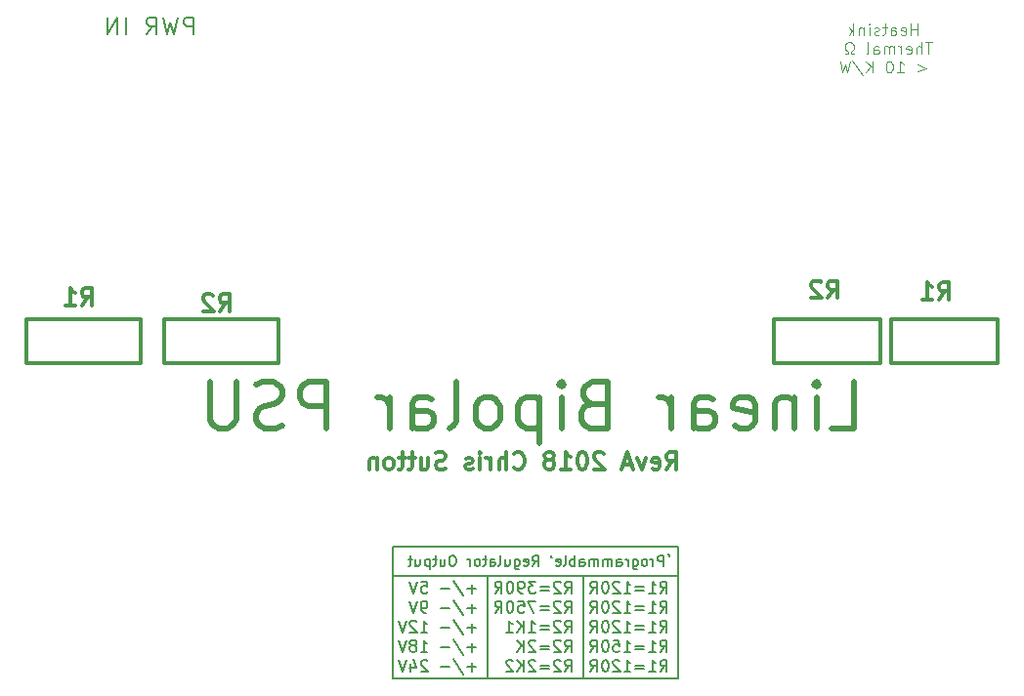
<source format=gbr>
G04 #@! TF.GenerationSoftware,KiCad,Pcbnew,(5.0.0-3-g5ebb6b6)*
G04 #@! TF.CreationDate,2018-11-24T00:30:52+00:00*
G04 #@! TF.ProjectId,AdjustablePSU,41646A75737461626C655053552E6B69,rev?*
G04 #@! TF.SameCoordinates,Original*
G04 #@! TF.FileFunction,Legend,Bot*
G04 #@! TF.FilePolarity,Positive*
%FSLAX46Y46*%
G04 Gerber Fmt 4.6, Leading zero omitted, Abs format (unit mm)*
G04 Created by KiCad (PCBNEW (5.0.0-3-g5ebb6b6)) date Saturday, 24 November 2018 at 00:30:52*
%MOMM*%
%LPD*%
G01*
G04 APERTURE LIST*
%ADD10C,0.125000*%
%ADD11C,0.300000*%
%ADD12C,0.500000*%
%ADD13C,0.200000*%
G04 APERTURE END LIST*
D10*
X183292380Y-58517380D02*
X183292380Y-57517380D01*
X183292380Y-57993571D02*
X182720952Y-57993571D01*
X182720952Y-58517380D02*
X182720952Y-57517380D01*
X181863809Y-58469761D02*
X181959047Y-58517380D01*
X182149523Y-58517380D01*
X182244761Y-58469761D01*
X182292380Y-58374523D01*
X182292380Y-57993571D01*
X182244761Y-57898333D01*
X182149523Y-57850714D01*
X181959047Y-57850714D01*
X181863809Y-57898333D01*
X181816190Y-57993571D01*
X181816190Y-58088809D01*
X182292380Y-58184047D01*
X180959047Y-58517380D02*
X180959047Y-57993571D01*
X181006666Y-57898333D01*
X181101904Y-57850714D01*
X181292380Y-57850714D01*
X181387619Y-57898333D01*
X180959047Y-58469761D02*
X181054285Y-58517380D01*
X181292380Y-58517380D01*
X181387619Y-58469761D01*
X181435238Y-58374523D01*
X181435238Y-58279285D01*
X181387619Y-58184047D01*
X181292380Y-58136428D01*
X181054285Y-58136428D01*
X180959047Y-58088809D01*
X180625714Y-57850714D02*
X180244761Y-57850714D01*
X180482857Y-57517380D02*
X180482857Y-58374523D01*
X180435238Y-58469761D01*
X180340000Y-58517380D01*
X180244761Y-58517380D01*
X179959047Y-58469761D02*
X179863809Y-58517380D01*
X179673333Y-58517380D01*
X179578095Y-58469761D01*
X179530476Y-58374523D01*
X179530476Y-58326904D01*
X179578095Y-58231666D01*
X179673333Y-58184047D01*
X179816190Y-58184047D01*
X179911428Y-58136428D01*
X179959047Y-58041190D01*
X179959047Y-57993571D01*
X179911428Y-57898333D01*
X179816190Y-57850714D01*
X179673333Y-57850714D01*
X179578095Y-57898333D01*
X179101904Y-58517380D02*
X179101904Y-57850714D01*
X179101904Y-57517380D02*
X179149523Y-57565000D01*
X179101904Y-57612619D01*
X179054285Y-57565000D01*
X179101904Y-57517380D01*
X179101904Y-57612619D01*
X178625714Y-57850714D02*
X178625714Y-58517380D01*
X178625714Y-57945952D02*
X178578095Y-57898333D01*
X178482857Y-57850714D01*
X178340000Y-57850714D01*
X178244761Y-57898333D01*
X178197142Y-57993571D01*
X178197142Y-58517380D01*
X177720952Y-58517380D02*
X177720952Y-57517380D01*
X177625714Y-58136428D02*
X177340000Y-58517380D01*
X177340000Y-57850714D02*
X177720952Y-58231666D01*
X184530476Y-59142380D02*
X183959047Y-59142380D01*
X184244761Y-60142380D02*
X184244761Y-59142380D01*
X183625714Y-60142380D02*
X183625714Y-59142380D01*
X183197142Y-60142380D02*
X183197142Y-59618571D01*
X183244761Y-59523333D01*
X183340000Y-59475714D01*
X183482857Y-59475714D01*
X183578095Y-59523333D01*
X183625714Y-59570952D01*
X182340000Y-60094761D02*
X182435238Y-60142380D01*
X182625714Y-60142380D01*
X182720952Y-60094761D01*
X182768571Y-59999523D01*
X182768571Y-59618571D01*
X182720952Y-59523333D01*
X182625714Y-59475714D01*
X182435238Y-59475714D01*
X182340000Y-59523333D01*
X182292380Y-59618571D01*
X182292380Y-59713809D01*
X182768571Y-59809047D01*
X181863809Y-60142380D02*
X181863809Y-59475714D01*
X181863809Y-59666190D02*
X181816190Y-59570952D01*
X181768571Y-59523333D01*
X181673333Y-59475714D01*
X181578095Y-59475714D01*
X181244761Y-60142380D02*
X181244761Y-59475714D01*
X181244761Y-59570952D02*
X181197142Y-59523333D01*
X181101904Y-59475714D01*
X180959047Y-59475714D01*
X180863809Y-59523333D01*
X180816190Y-59618571D01*
X180816190Y-60142380D01*
X180816190Y-59618571D02*
X180768571Y-59523333D01*
X180673333Y-59475714D01*
X180530476Y-59475714D01*
X180435238Y-59523333D01*
X180387619Y-59618571D01*
X180387619Y-60142380D01*
X179482857Y-60142380D02*
X179482857Y-59618571D01*
X179530476Y-59523333D01*
X179625714Y-59475714D01*
X179816190Y-59475714D01*
X179911428Y-59523333D01*
X179482857Y-60094761D02*
X179578095Y-60142380D01*
X179816190Y-60142380D01*
X179911428Y-60094761D01*
X179959047Y-59999523D01*
X179959047Y-59904285D01*
X179911428Y-59809047D01*
X179816190Y-59761428D01*
X179578095Y-59761428D01*
X179482857Y-59713809D01*
X178863809Y-60142380D02*
X178959047Y-60094761D01*
X179006666Y-59999523D01*
X179006666Y-59142380D01*
X177768571Y-60142380D02*
X177530476Y-60142380D01*
X177530476Y-59951904D01*
X177625714Y-59904285D01*
X177720952Y-59809047D01*
X177768571Y-59666190D01*
X177768571Y-59428095D01*
X177720952Y-59285238D01*
X177625714Y-59190000D01*
X177482857Y-59142380D01*
X177292380Y-59142380D01*
X177149523Y-59190000D01*
X177054285Y-59285238D01*
X177006666Y-59428095D01*
X177006666Y-59666190D01*
X177054285Y-59809047D01*
X177149523Y-59904285D01*
X177244761Y-59951904D01*
X177244761Y-60142380D01*
X177006666Y-60142380D01*
X183268571Y-61100714D02*
X184030476Y-61386428D01*
X183268571Y-61672142D01*
X181506666Y-61767380D02*
X182078095Y-61767380D01*
X181792380Y-61767380D02*
X181792380Y-60767380D01*
X181887619Y-60910238D01*
X181982857Y-61005476D01*
X182078095Y-61053095D01*
X180887619Y-60767380D02*
X180792380Y-60767380D01*
X180697142Y-60815000D01*
X180649523Y-60862619D01*
X180601904Y-60957857D01*
X180554285Y-61148333D01*
X180554285Y-61386428D01*
X180601904Y-61576904D01*
X180649523Y-61672142D01*
X180697142Y-61719761D01*
X180792380Y-61767380D01*
X180887619Y-61767380D01*
X180982857Y-61719761D01*
X181030476Y-61672142D01*
X181078095Y-61576904D01*
X181125714Y-61386428D01*
X181125714Y-61148333D01*
X181078095Y-60957857D01*
X181030476Y-60862619D01*
X180982857Y-60815000D01*
X180887619Y-60767380D01*
X179363809Y-61767380D02*
X179363809Y-60767380D01*
X178792380Y-61767380D02*
X179220952Y-61195952D01*
X178792380Y-60767380D02*
X179363809Y-61338809D01*
X177649523Y-60719761D02*
X178506666Y-62005476D01*
X177411428Y-60767380D02*
X177173333Y-61767380D01*
X176982857Y-61053095D01*
X176792380Y-61767380D01*
X176554285Y-60767380D01*
D11*
X161526571Y-96182571D02*
X162026571Y-95468285D01*
X162383714Y-96182571D02*
X162383714Y-94682571D01*
X161812285Y-94682571D01*
X161669428Y-94754000D01*
X161598000Y-94825428D01*
X161526571Y-94968285D01*
X161526571Y-95182571D01*
X161598000Y-95325428D01*
X161669428Y-95396857D01*
X161812285Y-95468285D01*
X162383714Y-95468285D01*
X160312285Y-96111142D02*
X160455142Y-96182571D01*
X160740857Y-96182571D01*
X160883714Y-96111142D01*
X160955142Y-95968285D01*
X160955142Y-95396857D01*
X160883714Y-95254000D01*
X160740857Y-95182571D01*
X160455142Y-95182571D01*
X160312285Y-95254000D01*
X160240857Y-95396857D01*
X160240857Y-95539714D01*
X160955142Y-95682571D01*
X159740857Y-95182571D02*
X159383714Y-96182571D01*
X159026571Y-95182571D01*
X158526571Y-95754000D02*
X157812285Y-95754000D01*
X158669428Y-96182571D02*
X158169428Y-94682571D01*
X157669428Y-96182571D01*
X156098000Y-94825428D02*
X156026571Y-94754000D01*
X155883714Y-94682571D01*
X155526571Y-94682571D01*
X155383714Y-94754000D01*
X155312285Y-94825428D01*
X155240857Y-94968285D01*
X155240857Y-95111142D01*
X155312285Y-95325428D01*
X156169428Y-96182571D01*
X155240857Y-96182571D01*
X154312285Y-94682571D02*
X154169428Y-94682571D01*
X154026571Y-94754000D01*
X153955142Y-94825428D01*
X153883714Y-94968285D01*
X153812285Y-95254000D01*
X153812285Y-95611142D01*
X153883714Y-95896857D01*
X153955142Y-96039714D01*
X154026571Y-96111142D01*
X154169428Y-96182571D01*
X154312285Y-96182571D01*
X154455142Y-96111142D01*
X154526571Y-96039714D01*
X154598000Y-95896857D01*
X154669428Y-95611142D01*
X154669428Y-95254000D01*
X154598000Y-94968285D01*
X154526571Y-94825428D01*
X154455142Y-94754000D01*
X154312285Y-94682571D01*
X152383714Y-96182571D02*
X153240857Y-96182571D01*
X152812285Y-96182571D02*
X152812285Y-94682571D01*
X152955142Y-94896857D01*
X153098000Y-95039714D01*
X153240857Y-95111142D01*
X151526571Y-95325428D02*
X151669428Y-95254000D01*
X151740857Y-95182571D01*
X151812285Y-95039714D01*
X151812285Y-94968285D01*
X151740857Y-94825428D01*
X151669428Y-94754000D01*
X151526571Y-94682571D01*
X151240857Y-94682571D01*
X151098000Y-94754000D01*
X151026571Y-94825428D01*
X150955142Y-94968285D01*
X150955142Y-95039714D01*
X151026571Y-95182571D01*
X151098000Y-95254000D01*
X151240857Y-95325428D01*
X151526571Y-95325428D01*
X151669428Y-95396857D01*
X151740857Y-95468285D01*
X151812285Y-95611142D01*
X151812285Y-95896857D01*
X151740857Y-96039714D01*
X151669428Y-96111142D01*
X151526571Y-96182571D01*
X151240857Y-96182571D01*
X151098000Y-96111142D01*
X151026571Y-96039714D01*
X150955142Y-95896857D01*
X150955142Y-95611142D01*
X151026571Y-95468285D01*
X151098000Y-95396857D01*
X151240857Y-95325428D01*
X148312285Y-96039714D02*
X148383714Y-96111142D01*
X148598000Y-96182571D01*
X148740857Y-96182571D01*
X148955142Y-96111142D01*
X149098000Y-95968285D01*
X149169428Y-95825428D01*
X149240857Y-95539714D01*
X149240857Y-95325428D01*
X149169428Y-95039714D01*
X149098000Y-94896857D01*
X148955142Y-94754000D01*
X148740857Y-94682571D01*
X148598000Y-94682571D01*
X148383714Y-94754000D01*
X148312285Y-94825428D01*
X147669428Y-96182571D02*
X147669428Y-94682571D01*
X147026571Y-96182571D02*
X147026571Y-95396857D01*
X147098000Y-95254000D01*
X147240857Y-95182571D01*
X147455142Y-95182571D01*
X147598000Y-95254000D01*
X147669428Y-95325428D01*
X146312285Y-96182571D02*
X146312285Y-95182571D01*
X146312285Y-95468285D02*
X146240857Y-95325428D01*
X146169428Y-95254000D01*
X146026571Y-95182571D01*
X145883714Y-95182571D01*
X145383714Y-96182571D02*
X145383714Y-95182571D01*
X145383714Y-94682571D02*
X145455142Y-94754000D01*
X145383714Y-94825428D01*
X145312285Y-94754000D01*
X145383714Y-94682571D01*
X145383714Y-94825428D01*
X144740857Y-96111142D02*
X144598000Y-96182571D01*
X144312285Y-96182571D01*
X144169428Y-96111142D01*
X144098000Y-95968285D01*
X144098000Y-95896857D01*
X144169428Y-95754000D01*
X144312285Y-95682571D01*
X144526571Y-95682571D01*
X144669428Y-95611142D01*
X144740857Y-95468285D01*
X144740857Y-95396857D01*
X144669428Y-95254000D01*
X144526571Y-95182571D01*
X144312285Y-95182571D01*
X144169428Y-95254000D01*
X142383714Y-96111142D02*
X142169428Y-96182571D01*
X141812285Y-96182571D01*
X141669428Y-96111142D01*
X141598000Y-96039714D01*
X141526571Y-95896857D01*
X141526571Y-95754000D01*
X141598000Y-95611142D01*
X141669428Y-95539714D01*
X141812285Y-95468285D01*
X142098000Y-95396857D01*
X142240857Y-95325428D01*
X142312285Y-95254000D01*
X142383714Y-95111142D01*
X142383714Y-94968285D01*
X142312285Y-94825428D01*
X142240857Y-94754000D01*
X142098000Y-94682571D01*
X141740857Y-94682571D01*
X141526571Y-94754000D01*
X140240857Y-95182571D02*
X140240857Y-96182571D01*
X140883714Y-95182571D02*
X140883714Y-95968285D01*
X140812285Y-96111142D01*
X140669428Y-96182571D01*
X140455142Y-96182571D01*
X140312285Y-96111142D01*
X140240857Y-96039714D01*
X139740857Y-95182571D02*
X139169428Y-95182571D01*
X139526571Y-94682571D02*
X139526571Y-95968285D01*
X139455142Y-96111142D01*
X139312285Y-96182571D01*
X139169428Y-96182571D01*
X138883714Y-95182571D02*
X138312285Y-95182571D01*
X138669428Y-94682571D02*
X138669428Y-95968285D01*
X138598000Y-96111142D01*
X138455142Y-96182571D01*
X138312285Y-96182571D01*
X137598000Y-96182571D02*
X137740857Y-96111142D01*
X137812285Y-96039714D01*
X137883714Y-95896857D01*
X137883714Y-95468285D01*
X137812285Y-95325428D01*
X137740857Y-95254000D01*
X137598000Y-95182571D01*
X137383714Y-95182571D01*
X137240857Y-95254000D01*
X137169428Y-95325428D01*
X137098000Y-95468285D01*
X137098000Y-95896857D01*
X137169428Y-96039714D01*
X137240857Y-96111142D01*
X137383714Y-96182571D01*
X137598000Y-96182571D01*
X136455142Y-95182571D02*
X136455142Y-96182571D01*
X136455142Y-95325428D02*
X136383714Y-95254000D01*
X136240857Y-95182571D01*
X136026571Y-95182571D01*
X135883714Y-95254000D01*
X135812285Y-95396857D01*
X135812285Y-96182571D01*
D12*
X175860000Y-92614523D02*
X177764761Y-92614523D01*
X177764761Y-88614523D01*
X174526666Y-92614523D02*
X174526666Y-89947857D01*
X174526666Y-88614523D02*
X174717142Y-88805000D01*
X174526666Y-88995476D01*
X174336190Y-88805000D01*
X174526666Y-88614523D01*
X174526666Y-88995476D01*
X172621904Y-89947857D02*
X172621904Y-92614523D01*
X172621904Y-90328809D02*
X172431428Y-90138333D01*
X172050476Y-89947857D01*
X171479047Y-89947857D01*
X171098095Y-90138333D01*
X170907619Y-90519285D01*
X170907619Y-92614523D01*
X167479047Y-92424047D02*
X167860000Y-92614523D01*
X168621904Y-92614523D01*
X169002857Y-92424047D01*
X169193333Y-92043095D01*
X169193333Y-90519285D01*
X169002857Y-90138333D01*
X168621904Y-89947857D01*
X167860000Y-89947857D01*
X167479047Y-90138333D01*
X167288571Y-90519285D01*
X167288571Y-90900238D01*
X169193333Y-91281190D01*
X163860000Y-92614523D02*
X163860000Y-90519285D01*
X164050476Y-90138333D01*
X164431428Y-89947857D01*
X165193333Y-89947857D01*
X165574285Y-90138333D01*
X163860000Y-92424047D02*
X164240952Y-92614523D01*
X165193333Y-92614523D01*
X165574285Y-92424047D01*
X165764761Y-92043095D01*
X165764761Y-91662142D01*
X165574285Y-91281190D01*
X165193333Y-91090714D01*
X164240952Y-91090714D01*
X163860000Y-90900238D01*
X161955238Y-92614523D02*
X161955238Y-89947857D01*
X161955238Y-90709761D02*
X161764761Y-90328809D01*
X161574285Y-90138333D01*
X161193333Y-89947857D01*
X160812380Y-89947857D01*
X155098095Y-90519285D02*
X154526666Y-90709761D01*
X154336190Y-90900238D01*
X154145714Y-91281190D01*
X154145714Y-91852619D01*
X154336190Y-92233571D01*
X154526666Y-92424047D01*
X154907619Y-92614523D01*
X156431428Y-92614523D01*
X156431428Y-88614523D01*
X155098095Y-88614523D01*
X154717142Y-88805000D01*
X154526666Y-88995476D01*
X154336190Y-89376428D01*
X154336190Y-89757380D01*
X154526666Y-90138333D01*
X154717142Y-90328809D01*
X155098095Y-90519285D01*
X156431428Y-90519285D01*
X152431428Y-92614523D02*
X152431428Y-89947857D01*
X152431428Y-88614523D02*
X152621904Y-88805000D01*
X152431428Y-88995476D01*
X152240952Y-88805000D01*
X152431428Y-88614523D01*
X152431428Y-88995476D01*
X150526666Y-89947857D02*
X150526666Y-93947857D01*
X150526666Y-90138333D02*
X150145714Y-89947857D01*
X149383809Y-89947857D01*
X149002857Y-90138333D01*
X148812380Y-90328809D01*
X148621904Y-90709761D01*
X148621904Y-91852619D01*
X148812380Y-92233571D01*
X149002857Y-92424047D01*
X149383809Y-92614523D01*
X150145714Y-92614523D01*
X150526666Y-92424047D01*
X146336190Y-92614523D02*
X146717142Y-92424047D01*
X146907619Y-92233571D01*
X147098095Y-91852619D01*
X147098095Y-90709761D01*
X146907619Y-90328809D01*
X146717142Y-90138333D01*
X146336190Y-89947857D01*
X145764761Y-89947857D01*
X145383809Y-90138333D01*
X145193333Y-90328809D01*
X145002857Y-90709761D01*
X145002857Y-91852619D01*
X145193333Y-92233571D01*
X145383809Y-92424047D01*
X145764761Y-92614523D01*
X146336190Y-92614523D01*
X142717142Y-92614523D02*
X143098095Y-92424047D01*
X143288571Y-92043095D01*
X143288571Y-88614523D01*
X139479047Y-92614523D02*
X139479047Y-90519285D01*
X139669523Y-90138333D01*
X140050476Y-89947857D01*
X140812380Y-89947857D01*
X141193333Y-90138333D01*
X139479047Y-92424047D02*
X139860000Y-92614523D01*
X140812380Y-92614523D01*
X141193333Y-92424047D01*
X141383809Y-92043095D01*
X141383809Y-91662142D01*
X141193333Y-91281190D01*
X140812380Y-91090714D01*
X139860000Y-91090714D01*
X139479047Y-90900238D01*
X137574285Y-92614523D02*
X137574285Y-89947857D01*
X137574285Y-90709761D02*
X137383809Y-90328809D01*
X137193333Y-90138333D01*
X136812380Y-89947857D01*
X136431428Y-89947857D01*
X132050476Y-92614523D02*
X132050476Y-88614523D01*
X130526666Y-88614523D01*
X130145714Y-88805000D01*
X129955238Y-88995476D01*
X129764761Y-89376428D01*
X129764761Y-89947857D01*
X129955238Y-90328809D01*
X130145714Y-90519285D01*
X130526666Y-90709761D01*
X132050476Y-90709761D01*
X128240952Y-92424047D02*
X127669523Y-92614523D01*
X126717142Y-92614523D01*
X126336190Y-92424047D01*
X126145714Y-92233571D01*
X125955238Y-91852619D01*
X125955238Y-91471666D01*
X126145714Y-91090714D01*
X126336190Y-90900238D01*
X126717142Y-90709761D01*
X127479047Y-90519285D01*
X127860000Y-90328809D01*
X128050476Y-90138333D01*
X128240952Y-89757380D01*
X128240952Y-89376428D01*
X128050476Y-88995476D01*
X127860000Y-88805000D01*
X127479047Y-88614523D01*
X126526666Y-88614523D01*
X125955238Y-88805000D01*
X124240952Y-88614523D02*
X124240952Y-91852619D01*
X124050476Y-92233571D01*
X123860000Y-92424047D01*
X123479047Y-92614523D01*
X122717142Y-92614523D01*
X122336190Y-92424047D01*
X122145714Y-92233571D01*
X121955238Y-91852619D01*
X121955238Y-88614523D01*
D13*
X154305000Y-114300000D02*
X154305000Y-105410000D01*
X146050000Y-114300000D02*
X146050000Y-105410000D01*
X162560000Y-114300000D02*
X162560000Y-102870000D01*
X137795000Y-114300000D02*
X137795000Y-102870000D01*
X137795000Y-105410000D02*
X162560000Y-105410000D01*
X137795000Y-102870000D02*
X162560000Y-102870000D01*
X137795000Y-114300000D02*
X162560000Y-114300000D01*
X161745000Y-103690000D02*
X161745000Y-103647142D01*
X161702142Y-103561428D01*
X161659285Y-103518571D01*
X161273571Y-104547142D02*
X161273571Y-103647142D01*
X160930714Y-103647142D01*
X160845000Y-103690000D01*
X160802142Y-103732857D01*
X160759285Y-103818571D01*
X160759285Y-103947142D01*
X160802142Y-104032857D01*
X160845000Y-104075714D01*
X160930714Y-104118571D01*
X161273571Y-104118571D01*
X160373571Y-104547142D02*
X160373571Y-103947142D01*
X160373571Y-104118571D02*
X160330714Y-104032857D01*
X160287857Y-103990000D01*
X160202142Y-103947142D01*
X160116428Y-103947142D01*
X159687857Y-104547142D02*
X159773571Y-104504285D01*
X159816428Y-104461428D01*
X159859285Y-104375714D01*
X159859285Y-104118571D01*
X159816428Y-104032857D01*
X159773571Y-103990000D01*
X159687857Y-103947142D01*
X159559285Y-103947142D01*
X159473571Y-103990000D01*
X159430714Y-104032857D01*
X159387857Y-104118571D01*
X159387857Y-104375714D01*
X159430714Y-104461428D01*
X159473571Y-104504285D01*
X159559285Y-104547142D01*
X159687857Y-104547142D01*
X158616428Y-103947142D02*
X158616428Y-104675714D01*
X158659285Y-104761428D01*
X158702142Y-104804285D01*
X158787857Y-104847142D01*
X158916428Y-104847142D01*
X159002142Y-104804285D01*
X158616428Y-104504285D02*
X158702142Y-104547142D01*
X158873571Y-104547142D01*
X158959285Y-104504285D01*
X159002142Y-104461428D01*
X159045000Y-104375714D01*
X159045000Y-104118571D01*
X159002142Y-104032857D01*
X158959285Y-103990000D01*
X158873571Y-103947142D01*
X158702142Y-103947142D01*
X158616428Y-103990000D01*
X158187857Y-104547142D02*
X158187857Y-103947142D01*
X158187857Y-104118571D02*
X158145000Y-104032857D01*
X158102142Y-103990000D01*
X158016428Y-103947142D01*
X157930714Y-103947142D01*
X157245000Y-104547142D02*
X157245000Y-104075714D01*
X157287857Y-103990000D01*
X157373571Y-103947142D01*
X157545000Y-103947142D01*
X157630714Y-103990000D01*
X157245000Y-104504285D02*
X157330714Y-104547142D01*
X157545000Y-104547142D01*
X157630714Y-104504285D01*
X157673571Y-104418571D01*
X157673571Y-104332857D01*
X157630714Y-104247142D01*
X157545000Y-104204285D01*
X157330714Y-104204285D01*
X157245000Y-104161428D01*
X156816428Y-104547142D02*
X156816428Y-103947142D01*
X156816428Y-104032857D02*
X156773571Y-103990000D01*
X156687857Y-103947142D01*
X156559285Y-103947142D01*
X156473571Y-103990000D01*
X156430714Y-104075714D01*
X156430714Y-104547142D01*
X156430714Y-104075714D02*
X156387857Y-103990000D01*
X156302142Y-103947142D01*
X156173571Y-103947142D01*
X156087857Y-103990000D01*
X156045000Y-104075714D01*
X156045000Y-104547142D01*
X155616428Y-104547142D02*
X155616428Y-103947142D01*
X155616428Y-104032857D02*
X155573571Y-103990000D01*
X155487857Y-103947142D01*
X155359285Y-103947142D01*
X155273571Y-103990000D01*
X155230714Y-104075714D01*
X155230714Y-104547142D01*
X155230714Y-104075714D02*
X155187857Y-103990000D01*
X155102142Y-103947142D01*
X154973571Y-103947142D01*
X154887857Y-103990000D01*
X154845000Y-104075714D01*
X154845000Y-104547142D01*
X154030714Y-104547142D02*
X154030714Y-104075714D01*
X154073571Y-103990000D01*
X154159285Y-103947142D01*
X154330714Y-103947142D01*
X154416428Y-103990000D01*
X154030714Y-104504285D02*
X154116428Y-104547142D01*
X154330714Y-104547142D01*
X154416428Y-104504285D01*
X154459285Y-104418571D01*
X154459285Y-104332857D01*
X154416428Y-104247142D01*
X154330714Y-104204285D01*
X154116428Y-104204285D01*
X154030714Y-104161428D01*
X153602142Y-104547142D02*
X153602142Y-103647142D01*
X153602142Y-103990000D02*
X153516428Y-103947142D01*
X153345000Y-103947142D01*
X153259285Y-103990000D01*
X153216428Y-104032857D01*
X153173571Y-104118571D01*
X153173571Y-104375714D01*
X153216428Y-104461428D01*
X153259285Y-104504285D01*
X153345000Y-104547142D01*
X153516428Y-104547142D01*
X153602142Y-104504285D01*
X152659285Y-104547142D02*
X152745000Y-104504285D01*
X152787857Y-104418571D01*
X152787857Y-103647142D01*
X151973571Y-104504285D02*
X152059285Y-104547142D01*
X152230714Y-104547142D01*
X152316428Y-104504285D01*
X152359285Y-104418571D01*
X152359285Y-104075714D01*
X152316428Y-103990000D01*
X152230714Y-103947142D01*
X152059285Y-103947142D01*
X151973571Y-103990000D01*
X151930714Y-104075714D01*
X151930714Y-104161428D01*
X152359285Y-104247142D01*
X151502142Y-103647142D02*
X151502142Y-103690000D01*
X151545000Y-103775714D01*
X151587857Y-103818571D01*
X149916428Y-104547142D02*
X150216428Y-104118571D01*
X150430714Y-104547142D02*
X150430714Y-103647142D01*
X150087857Y-103647142D01*
X150002142Y-103690000D01*
X149959285Y-103732857D01*
X149916428Y-103818571D01*
X149916428Y-103947142D01*
X149959285Y-104032857D01*
X150002142Y-104075714D01*
X150087857Y-104118571D01*
X150430714Y-104118571D01*
X149187857Y-104504285D02*
X149273571Y-104547142D01*
X149445000Y-104547142D01*
X149530714Y-104504285D01*
X149573571Y-104418571D01*
X149573571Y-104075714D01*
X149530714Y-103990000D01*
X149445000Y-103947142D01*
X149273571Y-103947142D01*
X149187857Y-103990000D01*
X149145000Y-104075714D01*
X149145000Y-104161428D01*
X149573571Y-104247142D01*
X148373571Y-103947142D02*
X148373571Y-104675714D01*
X148416428Y-104761428D01*
X148459285Y-104804285D01*
X148545000Y-104847142D01*
X148673571Y-104847142D01*
X148759285Y-104804285D01*
X148373571Y-104504285D02*
X148459285Y-104547142D01*
X148630714Y-104547142D01*
X148716428Y-104504285D01*
X148759285Y-104461428D01*
X148802142Y-104375714D01*
X148802142Y-104118571D01*
X148759285Y-104032857D01*
X148716428Y-103990000D01*
X148630714Y-103947142D01*
X148459285Y-103947142D01*
X148373571Y-103990000D01*
X147559285Y-103947142D02*
X147559285Y-104547142D01*
X147945000Y-103947142D02*
X147945000Y-104418571D01*
X147902142Y-104504285D01*
X147816428Y-104547142D01*
X147687857Y-104547142D01*
X147602142Y-104504285D01*
X147559285Y-104461428D01*
X147002142Y-104547142D02*
X147087857Y-104504285D01*
X147130714Y-104418571D01*
X147130714Y-103647142D01*
X146273571Y-104547142D02*
X146273571Y-104075714D01*
X146316428Y-103990000D01*
X146402142Y-103947142D01*
X146573571Y-103947142D01*
X146659285Y-103990000D01*
X146273571Y-104504285D02*
X146359285Y-104547142D01*
X146573571Y-104547142D01*
X146659285Y-104504285D01*
X146702142Y-104418571D01*
X146702142Y-104332857D01*
X146659285Y-104247142D01*
X146573571Y-104204285D01*
X146359285Y-104204285D01*
X146273571Y-104161428D01*
X145973571Y-103947142D02*
X145630714Y-103947142D01*
X145845000Y-103647142D02*
X145845000Y-104418571D01*
X145802142Y-104504285D01*
X145716428Y-104547142D01*
X145630714Y-104547142D01*
X145202142Y-104547142D02*
X145287857Y-104504285D01*
X145330714Y-104461428D01*
X145373571Y-104375714D01*
X145373571Y-104118571D01*
X145330714Y-104032857D01*
X145287857Y-103990000D01*
X145202142Y-103947142D01*
X145073571Y-103947142D01*
X144987857Y-103990000D01*
X144945000Y-104032857D01*
X144902142Y-104118571D01*
X144902142Y-104375714D01*
X144945000Y-104461428D01*
X144987857Y-104504285D01*
X145073571Y-104547142D01*
X145202142Y-104547142D01*
X144516428Y-104547142D02*
X144516428Y-103947142D01*
X144516428Y-104118571D02*
X144473571Y-104032857D01*
X144430714Y-103990000D01*
X144345000Y-103947142D01*
X144259285Y-103947142D01*
X143102142Y-103647142D02*
X142930714Y-103647142D01*
X142845000Y-103690000D01*
X142759285Y-103775714D01*
X142716428Y-103947142D01*
X142716428Y-104247142D01*
X142759285Y-104418571D01*
X142845000Y-104504285D01*
X142930714Y-104547142D01*
X143102142Y-104547142D01*
X143187857Y-104504285D01*
X143273571Y-104418571D01*
X143316428Y-104247142D01*
X143316428Y-103947142D01*
X143273571Y-103775714D01*
X143187857Y-103690000D01*
X143102142Y-103647142D01*
X141945000Y-103947142D02*
X141945000Y-104547142D01*
X142330714Y-103947142D02*
X142330714Y-104418571D01*
X142287857Y-104504285D01*
X142202142Y-104547142D01*
X142073571Y-104547142D01*
X141987857Y-104504285D01*
X141945000Y-104461428D01*
X141645000Y-103947142D02*
X141302142Y-103947142D01*
X141516428Y-103647142D02*
X141516428Y-104418571D01*
X141473571Y-104504285D01*
X141387857Y-104547142D01*
X141302142Y-104547142D01*
X141002142Y-103947142D02*
X141002142Y-104847142D01*
X141002142Y-103990000D02*
X140916428Y-103947142D01*
X140745000Y-103947142D01*
X140659285Y-103990000D01*
X140616428Y-104032857D01*
X140573571Y-104118571D01*
X140573571Y-104375714D01*
X140616428Y-104461428D01*
X140659285Y-104504285D01*
X140745000Y-104547142D01*
X140916428Y-104547142D01*
X141002142Y-104504285D01*
X139802142Y-103947142D02*
X139802142Y-104547142D01*
X140187857Y-103947142D02*
X140187857Y-104418571D01*
X140145000Y-104504285D01*
X140059285Y-104547142D01*
X139930714Y-104547142D01*
X139845000Y-104504285D01*
X139802142Y-104461428D01*
X139502142Y-103947142D02*
X139159285Y-103947142D01*
X139373571Y-103647142D02*
X139373571Y-104418571D01*
X139330714Y-104504285D01*
X139245000Y-104547142D01*
X139159285Y-104547142D01*
X145046904Y-106526428D02*
X144285000Y-106526428D01*
X144665952Y-106907380D02*
X144665952Y-106145476D01*
X143094523Y-105859761D02*
X143951666Y-107145476D01*
X142761190Y-106526428D02*
X141999285Y-106526428D01*
X140285000Y-105907380D02*
X140761190Y-105907380D01*
X140808809Y-106383571D01*
X140761190Y-106335952D01*
X140665952Y-106288333D01*
X140427857Y-106288333D01*
X140332619Y-106335952D01*
X140285000Y-106383571D01*
X140237380Y-106478809D01*
X140237380Y-106716904D01*
X140285000Y-106812142D01*
X140332619Y-106859761D01*
X140427857Y-106907380D01*
X140665952Y-106907380D01*
X140761190Y-106859761D01*
X140808809Y-106812142D01*
X139951666Y-105907380D02*
X139618333Y-106907380D01*
X139285000Y-105907380D01*
X145046904Y-108226428D02*
X144285000Y-108226428D01*
X144665952Y-108607380D02*
X144665952Y-107845476D01*
X143094523Y-107559761D02*
X143951666Y-108845476D01*
X142761190Y-108226428D02*
X141999285Y-108226428D01*
X140713571Y-108607380D02*
X140523095Y-108607380D01*
X140427857Y-108559761D01*
X140380238Y-108512142D01*
X140285000Y-108369285D01*
X140237380Y-108178809D01*
X140237380Y-107797857D01*
X140285000Y-107702619D01*
X140332619Y-107655000D01*
X140427857Y-107607380D01*
X140618333Y-107607380D01*
X140713571Y-107655000D01*
X140761190Y-107702619D01*
X140808809Y-107797857D01*
X140808809Y-108035952D01*
X140761190Y-108131190D01*
X140713571Y-108178809D01*
X140618333Y-108226428D01*
X140427857Y-108226428D01*
X140332619Y-108178809D01*
X140285000Y-108131190D01*
X140237380Y-108035952D01*
X139951666Y-107607380D02*
X139618333Y-108607380D01*
X139285000Y-107607380D01*
X145046904Y-109926428D02*
X144285000Y-109926428D01*
X144665952Y-110307380D02*
X144665952Y-109545476D01*
X143094523Y-109259761D02*
X143951666Y-110545476D01*
X142761190Y-109926428D02*
X141999285Y-109926428D01*
X140237380Y-110307380D02*
X140808809Y-110307380D01*
X140523095Y-110307380D02*
X140523095Y-109307380D01*
X140618333Y-109450238D01*
X140713571Y-109545476D01*
X140808809Y-109593095D01*
X139856428Y-109402619D02*
X139808809Y-109355000D01*
X139713571Y-109307380D01*
X139475476Y-109307380D01*
X139380238Y-109355000D01*
X139332619Y-109402619D01*
X139285000Y-109497857D01*
X139285000Y-109593095D01*
X139332619Y-109735952D01*
X139904047Y-110307380D01*
X139285000Y-110307380D01*
X138999285Y-109307380D02*
X138665952Y-110307380D01*
X138332619Y-109307380D01*
X145046904Y-111626428D02*
X144285000Y-111626428D01*
X144665952Y-112007380D02*
X144665952Y-111245476D01*
X143094523Y-110959761D02*
X143951666Y-112245476D01*
X142761190Y-111626428D02*
X141999285Y-111626428D01*
X140237380Y-112007380D02*
X140808809Y-112007380D01*
X140523095Y-112007380D02*
X140523095Y-111007380D01*
X140618333Y-111150238D01*
X140713571Y-111245476D01*
X140808809Y-111293095D01*
X139665952Y-111435952D02*
X139761190Y-111388333D01*
X139808809Y-111340714D01*
X139856428Y-111245476D01*
X139856428Y-111197857D01*
X139808809Y-111102619D01*
X139761190Y-111055000D01*
X139665952Y-111007380D01*
X139475476Y-111007380D01*
X139380238Y-111055000D01*
X139332619Y-111102619D01*
X139285000Y-111197857D01*
X139285000Y-111245476D01*
X139332619Y-111340714D01*
X139380238Y-111388333D01*
X139475476Y-111435952D01*
X139665952Y-111435952D01*
X139761190Y-111483571D01*
X139808809Y-111531190D01*
X139856428Y-111626428D01*
X139856428Y-111816904D01*
X139808809Y-111912142D01*
X139761190Y-111959761D01*
X139665952Y-112007380D01*
X139475476Y-112007380D01*
X139380238Y-111959761D01*
X139332619Y-111912142D01*
X139285000Y-111816904D01*
X139285000Y-111626428D01*
X139332619Y-111531190D01*
X139380238Y-111483571D01*
X139475476Y-111435952D01*
X138999285Y-111007380D02*
X138665952Y-112007380D01*
X138332619Y-111007380D01*
X145046904Y-113326428D02*
X144285000Y-113326428D01*
X144665952Y-113707380D02*
X144665952Y-112945476D01*
X143094523Y-112659761D02*
X143951666Y-113945476D01*
X142761190Y-113326428D02*
X141999285Y-113326428D01*
X140808809Y-112802619D02*
X140761190Y-112755000D01*
X140665952Y-112707380D01*
X140427857Y-112707380D01*
X140332619Y-112755000D01*
X140285000Y-112802619D01*
X140237380Y-112897857D01*
X140237380Y-112993095D01*
X140285000Y-113135952D01*
X140856428Y-113707380D01*
X140237380Y-113707380D01*
X139380238Y-113040714D02*
X139380238Y-113707380D01*
X139618333Y-112659761D02*
X139856428Y-113374047D01*
X139237380Y-113374047D01*
X138999285Y-112707380D02*
X138665952Y-113707380D01*
X138332619Y-112707380D01*
X152730476Y-106907380D02*
X153063809Y-106431190D01*
X153301904Y-106907380D02*
X153301904Y-105907380D01*
X152920952Y-105907380D01*
X152825714Y-105955000D01*
X152778095Y-106002619D01*
X152730476Y-106097857D01*
X152730476Y-106240714D01*
X152778095Y-106335952D01*
X152825714Y-106383571D01*
X152920952Y-106431190D01*
X153301904Y-106431190D01*
X152349523Y-106002619D02*
X152301904Y-105955000D01*
X152206666Y-105907380D01*
X151968571Y-105907380D01*
X151873333Y-105955000D01*
X151825714Y-106002619D01*
X151778095Y-106097857D01*
X151778095Y-106193095D01*
X151825714Y-106335952D01*
X152397142Y-106907380D01*
X151778095Y-106907380D01*
X151349523Y-106383571D02*
X150587619Y-106383571D01*
X150587619Y-106669285D02*
X151349523Y-106669285D01*
X150206666Y-105907380D02*
X149587619Y-105907380D01*
X149920952Y-106288333D01*
X149778095Y-106288333D01*
X149682857Y-106335952D01*
X149635238Y-106383571D01*
X149587619Y-106478809D01*
X149587619Y-106716904D01*
X149635238Y-106812142D01*
X149682857Y-106859761D01*
X149778095Y-106907380D01*
X150063809Y-106907380D01*
X150159047Y-106859761D01*
X150206666Y-106812142D01*
X149111428Y-106907380D02*
X148920952Y-106907380D01*
X148825714Y-106859761D01*
X148778095Y-106812142D01*
X148682857Y-106669285D01*
X148635238Y-106478809D01*
X148635238Y-106097857D01*
X148682857Y-106002619D01*
X148730476Y-105955000D01*
X148825714Y-105907380D01*
X149016190Y-105907380D01*
X149111428Y-105955000D01*
X149159047Y-106002619D01*
X149206666Y-106097857D01*
X149206666Y-106335952D01*
X149159047Y-106431190D01*
X149111428Y-106478809D01*
X149016190Y-106526428D01*
X148825714Y-106526428D01*
X148730476Y-106478809D01*
X148682857Y-106431190D01*
X148635238Y-106335952D01*
X148016190Y-105907380D02*
X147920952Y-105907380D01*
X147825714Y-105955000D01*
X147778095Y-106002619D01*
X147730476Y-106097857D01*
X147682857Y-106288333D01*
X147682857Y-106526428D01*
X147730476Y-106716904D01*
X147778095Y-106812142D01*
X147825714Y-106859761D01*
X147920952Y-106907380D01*
X148016190Y-106907380D01*
X148111428Y-106859761D01*
X148159047Y-106812142D01*
X148206666Y-106716904D01*
X148254285Y-106526428D01*
X148254285Y-106288333D01*
X148206666Y-106097857D01*
X148159047Y-106002619D01*
X148111428Y-105955000D01*
X148016190Y-105907380D01*
X146682857Y-106907380D02*
X147016190Y-106431190D01*
X147254285Y-106907380D02*
X147254285Y-105907380D01*
X146873333Y-105907380D01*
X146778095Y-105955000D01*
X146730476Y-106002619D01*
X146682857Y-106097857D01*
X146682857Y-106240714D01*
X146730476Y-106335952D01*
X146778095Y-106383571D01*
X146873333Y-106431190D01*
X147254285Y-106431190D01*
X152730476Y-108607380D02*
X153063809Y-108131190D01*
X153301904Y-108607380D02*
X153301904Y-107607380D01*
X152920952Y-107607380D01*
X152825714Y-107655000D01*
X152778095Y-107702619D01*
X152730476Y-107797857D01*
X152730476Y-107940714D01*
X152778095Y-108035952D01*
X152825714Y-108083571D01*
X152920952Y-108131190D01*
X153301904Y-108131190D01*
X152349523Y-107702619D02*
X152301904Y-107655000D01*
X152206666Y-107607380D01*
X151968571Y-107607380D01*
X151873333Y-107655000D01*
X151825714Y-107702619D01*
X151778095Y-107797857D01*
X151778095Y-107893095D01*
X151825714Y-108035952D01*
X152397142Y-108607380D01*
X151778095Y-108607380D01*
X151349523Y-108083571D02*
X150587619Y-108083571D01*
X150587619Y-108369285D02*
X151349523Y-108369285D01*
X150206666Y-107607380D02*
X149540000Y-107607380D01*
X149968571Y-108607380D01*
X148682857Y-107607380D02*
X149159047Y-107607380D01*
X149206666Y-108083571D01*
X149159047Y-108035952D01*
X149063809Y-107988333D01*
X148825714Y-107988333D01*
X148730476Y-108035952D01*
X148682857Y-108083571D01*
X148635238Y-108178809D01*
X148635238Y-108416904D01*
X148682857Y-108512142D01*
X148730476Y-108559761D01*
X148825714Y-108607380D01*
X149063809Y-108607380D01*
X149159047Y-108559761D01*
X149206666Y-108512142D01*
X148016190Y-107607380D02*
X147920952Y-107607380D01*
X147825714Y-107655000D01*
X147778095Y-107702619D01*
X147730476Y-107797857D01*
X147682857Y-107988333D01*
X147682857Y-108226428D01*
X147730476Y-108416904D01*
X147778095Y-108512142D01*
X147825714Y-108559761D01*
X147920952Y-108607380D01*
X148016190Y-108607380D01*
X148111428Y-108559761D01*
X148159047Y-108512142D01*
X148206666Y-108416904D01*
X148254285Y-108226428D01*
X148254285Y-107988333D01*
X148206666Y-107797857D01*
X148159047Y-107702619D01*
X148111428Y-107655000D01*
X148016190Y-107607380D01*
X146682857Y-108607380D02*
X147016190Y-108131190D01*
X147254285Y-108607380D02*
X147254285Y-107607380D01*
X146873333Y-107607380D01*
X146778095Y-107655000D01*
X146730476Y-107702619D01*
X146682857Y-107797857D01*
X146682857Y-107940714D01*
X146730476Y-108035952D01*
X146778095Y-108083571D01*
X146873333Y-108131190D01*
X147254285Y-108131190D01*
X152730476Y-110307380D02*
X153063809Y-109831190D01*
X153301904Y-110307380D02*
X153301904Y-109307380D01*
X152920952Y-109307380D01*
X152825714Y-109355000D01*
X152778095Y-109402619D01*
X152730476Y-109497857D01*
X152730476Y-109640714D01*
X152778095Y-109735952D01*
X152825714Y-109783571D01*
X152920952Y-109831190D01*
X153301904Y-109831190D01*
X152349523Y-109402619D02*
X152301904Y-109355000D01*
X152206666Y-109307380D01*
X151968571Y-109307380D01*
X151873333Y-109355000D01*
X151825714Y-109402619D01*
X151778095Y-109497857D01*
X151778095Y-109593095D01*
X151825714Y-109735952D01*
X152397142Y-110307380D01*
X151778095Y-110307380D01*
X151349523Y-109783571D02*
X150587619Y-109783571D01*
X150587619Y-110069285D02*
X151349523Y-110069285D01*
X149587619Y-110307380D02*
X150159047Y-110307380D01*
X149873333Y-110307380D02*
X149873333Y-109307380D01*
X149968571Y-109450238D01*
X150063809Y-109545476D01*
X150159047Y-109593095D01*
X149159047Y-110307380D02*
X149159047Y-109307380D01*
X148587619Y-110307380D02*
X149016190Y-109735952D01*
X148587619Y-109307380D02*
X149159047Y-109878809D01*
X147635238Y-110307380D02*
X148206666Y-110307380D01*
X147920952Y-110307380D02*
X147920952Y-109307380D01*
X148016190Y-109450238D01*
X148111428Y-109545476D01*
X148206666Y-109593095D01*
X152730476Y-112007380D02*
X153063809Y-111531190D01*
X153301904Y-112007380D02*
X153301904Y-111007380D01*
X152920952Y-111007380D01*
X152825714Y-111055000D01*
X152778095Y-111102619D01*
X152730476Y-111197857D01*
X152730476Y-111340714D01*
X152778095Y-111435952D01*
X152825714Y-111483571D01*
X152920952Y-111531190D01*
X153301904Y-111531190D01*
X152349523Y-111102619D02*
X152301904Y-111055000D01*
X152206666Y-111007380D01*
X151968571Y-111007380D01*
X151873333Y-111055000D01*
X151825714Y-111102619D01*
X151778095Y-111197857D01*
X151778095Y-111293095D01*
X151825714Y-111435952D01*
X152397142Y-112007380D01*
X151778095Y-112007380D01*
X151349523Y-111483571D02*
X150587619Y-111483571D01*
X150587619Y-111769285D02*
X151349523Y-111769285D01*
X150159047Y-111102619D02*
X150111428Y-111055000D01*
X150016190Y-111007380D01*
X149778095Y-111007380D01*
X149682857Y-111055000D01*
X149635238Y-111102619D01*
X149587619Y-111197857D01*
X149587619Y-111293095D01*
X149635238Y-111435952D01*
X150206666Y-112007380D01*
X149587619Y-112007380D01*
X149159047Y-112007380D02*
X149159047Y-111007380D01*
X148587619Y-112007380D02*
X149016190Y-111435952D01*
X148587619Y-111007380D02*
X149159047Y-111578809D01*
X152730476Y-113707380D02*
X153063809Y-113231190D01*
X153301904Y-113707380D02*
X153301904Y-112707380D01*
X152920952Y-112707380D01*
X152825714Y-112755000D01*
X152778095Y-112802619D01*
X152730476Y-112897857D01*
X152730476Y-113040714D01*
X152778095Y-113135952D01*
X152825714Y-113183571D01*
X152920952Y-113231190D01*
X153301904Y-113231190D01*
X152349523Y-112802619D02*
X152301904Y-112755000D01*
X152206666Y-112707380D01*
X151968571Y-112707380D01*
X151873333Y-112755000D01*
X151825714Y-112802619D01*
X151778095Y-112897857D01*
X151778095Y-112993095D01*
X151825714Y-113135952D01*
X152397142Y-113707380D01*
X151778095Y-113707380D01*
X151349523Y-113183571D02*
X150587619Y-113183571D01*
X150587619Y-113469285D02*
X151349523Y-113469285D01*
X150159047Y-112802619D02*
X150111428Y-112755000D01*
X150016190Y-112707380D01*
X149778095Y-112707380D01*
X149682857Y-112755000D01*
X149635238Y-112802619D01*
X149587619Y-112897857D01*
X149587619Y-112993095D01*
X149635238Y-113135952D01*
X150206666Y-113707380D01*
X149587619Y-113707380D01*
X149159047Y-113707380D02*
X149159047Y-112707380D01*
X148587619Y-113707380D02*
X149016190Y-113135952D01*
X148587619Y-112707380D02*
X149159047Y-113278809D01*
X148206666Y-112802619D02*
X148159047Y-112755000D01*
X148063809Y-112707380D01*
X147825714Y-112707380D01*
X147730476Y-112755000D01*
X147682857Y-112802619D01*
X147635238Y-112897857D01*
X147635238Y-112993095D01*
X147682857Y-113135952D01*
X148254285Y-113707380D01*
X147635238Y-113707380D01*
X160985476Y-106907380D02*
X161318809Y-106431190D01*
X161556904Y-106907380D02*
X161556904Y-105907380D01*
X161175952Y-105907380D01*
X161080714Y-105955000D01*
X161033095Y-106002619D01*
X160985476Y-106097857D01*
X160985476Y-106240714D01*
X161033095Y-106335952D01*
X161080714Y-106383571D01*
X161175952Y-106431190D01*
X161556904Y-106431190D01*
X160033095Y-106907380D02*
X160604523Y-106907380D01*
X160318809Y-106907380D02*
X160318809Y-105907380D01*
X160414047Y-106050238D01*
X160509285Y-106145476D01*
X160604523Y-106193095D01*
X159604523Y-106383571D02*
X158842619Y-106383571D01*
X158842619Y-106669285D02*
X159604523Y-106669285D01*
X157842619Y-106907380D02*
X158414047Y-106907380D01*
X158128333Y-106907380D02*
X158128333Y-105907380D01*
X158223571Y-106050238D01*
X158318809Y-106145476D01*
X158414047Y-106193095D01*
X157461666Y-106002619D02*
X157414047Y-105955000D01*
X157318809Y-105907380D01*
X157080714Y-105907380D01*
X156985476Y-105955000D01*
X156937857Y-106002619D01*
X156890238Y-106097857D01*
X156890238Y-106193095D01*
X156937857Y-106335952D01*
X157509285Y-106907380D01*
X156890238Y-106907380D01*
X156271190Y-105907380D02*
X156175952Y-105907380D01*
X156080714Y-105955000D01*
X156033095Y-106002619D01*
X155985476Y-106097857D01*
X155937857Y-106288333D01*
X155937857Y-106526428D01*
X155985476Y-106716904D01*
X156033095Y-106812142D01*
X156080714Y-106859761D01*
X156175952Y-106907380D01*
X156271190Y-106907380D01*
X156366428Y-106859761D01*
X156414047Y-106812142D01*
X156461666Y-106716904D01*
X156509285Y-106526428D01*
X156509285Y-106288333D01*
X156461666Y-106097857D01*
X156414047Y-106002619D01*
X156366428Y-105955000D01*
X156271190Y-105907380D01*
X154937857Y-106907380D02*
X155271190Y-106431190D01*
X155509285Y-106907380D02*
X155509285Y-105907380D01*
X155128333Y-105907380D01*
X155033095Y-105955000D01*
X154985476Y-106002619D01*
X154937857Y-106097857D01*
X154937857Y-106240714D01*
X154985476Y-106335952D01*
X155033095Y-106383571D01*
X155128333Y-106431190D01*
X155509285Y-106431190D01*
X160985476Y-108607380D02*
X161318809Y-108131190D01*
X161556904Y-108607380D02*
X161556904Y-107607380D01*
X161175952Y-107607380D01*
X161080714Y-107655000D01*
X161033095Y-107702619D01*
X160985476Y-107797857D01*
X160985476Y-107940714D01*
X161033095Y-108035952D01*
X161080714Y-108083571D01*
X161175952Y-108131190D01*
X161556904Y-108131190D01*
X160033095Y-108607380D02*
X160604523Y-108607380D01*
X160318809Y-108607380D02*
X160318809Y-107607380D01*
X160414047Y-107750238D01*
X160509285Y-107845476D01*
X160604523Y-107893095D01*
X159604523Y-108083571D02*
X158842619Y-108083571D01*
X158842619Y-108369285D02*
X159604523Y-108369285D01*
X157842619Y-108607380D02*
X158414047Y-108607380D01*
X158128333Y-108607380D02*
X158128333Y-107607380D01*
X158223571Y-107750238D01*
X158318809Y-107845476D01*
X158414047Y-107893095D01*
X157461666Y-107702619D02*
X157414047Y-107655000D01*
X157318809Y-107607380D01*
X157080714Y-107607380D01*
X156985476Y-107655000D01*
X156937857Y-107702619D01*
X156890238Y-107797857D01*
X156890238Y-107893095D01*
X156937857Y-108035952D01*
X157509285Y-108607380D01*
X156890238Y-108607380D01*
X156271190Y-107607380D02*
X156175952Y-107607380D01*
X156080714Y-107655000D01*
X156033095Y-107702619D01*
X155985476Y-107797857D01*
X155937857Y-107988333D01*
X155937857Y-108226428D01*
X155985476Y-108416904D01*
X156033095Y-108512142D01*
X156080714Y-108559761D01*
X156175952Y-108607380D01*
X156271190Y-108607380D01*
X156366428Y-108559761D01*
X156414047Y-108512142D01*
X156461666Y-108416904D01*
X156509285Y-108226428D01*
X156509285Y-107988333D01*
X156461666Y-107797857D01*
X156414047Y-107702619D01*
X156366428Y-107655000D01*
X156271190Y-107607380D01*
X154937857Y-108607380D02*
X155271190Y-108131190D01*
X155509285Y-108607380D02*
X155509285Y-107607380D01*
X155128333Y-107607380D01*
X155033095Y-107655000D01*
X154985476Y-107702619D01*
X154937857Y-107797857D01*
X154937857Y-107940714D01*
X154985476Y-108035952D01*
X155033095Y-108083571D01*
X155128333Y-108131190D01*
X155509285Y-108131190D01*
X160985476Y-110307380D02*
X161318809Y-109831190D01*
X161556904Y-110307380D02*
X161556904Y-109307380D01*
X161175952Y-109307380D01*
X161080714Y-109355000D01*
X161033095Y-109402619D01*
X160985476Y-109497857D01*
X160985476Y-109640714D01*
X161033095Y-109735952D01*
X161080714Y-109783571D01*
X161175952Y-109831190D01*
X161556904Y-109831190D01*
X160033095Y-110307380D02*
X160604523Y-110307380D01*
X160318809Y-110307380D02*
X160318809Y-109307380D01*
X160414047Y-109450238D01*
X160509285Y-109545476D01*
X160604523Y-109593095D01*
X159604523Y-109783571D02*
X158842619Y-109783571D01*
X158842619Y-110069285D02*
X159604523Y-110069285D01*
X157842619Y-110307380D02*
X158414047Y-110307380D01*
X158128333Y-110307380D02*
X158128333Y-109307380D01*
X158223571Y-109450238D01*
X158318809Y-109545476D01*
X158414047Y-109593095D01*
X157461666Y-109402619D02*
X157414047Y-109355000D01*
X157318809Y-109307380D01*
X157080714Y-109307380D01*
X156985476Y-109355000D01*
X156937857Y-109402619D01*
X156890238Y-109497857D01*
X156890238Y-109593095D01*
X156937857Y-109735952D01*
X157509285Y-110307380D01*
X156890238Y-110307380D01*
X156271190Y-109307380D02*
X156175952Y-109307380D01*
X156080714Y-109355000D01*
X156033095Y-109402619D01*
X155985476Y-109497857D01*
X155937857Y-109688333D01*
X155937857Y-109926428D01*
X155985476Y-110116904D01*
X156033095Y-110212142D01*
X156080714Y-110259761D01*
X156175952Y-110307380D01*
X156271190Y-110307380D01*
X156366428Y-110259761D01*
X156414047Y-110212142D01*
X156461666Y-110116904D01*
X156509285Y-109926428D01*
X156509285Y-109688333D01*
X156461666Y-109497857D01*
X156414047Y-109402619D01*
X156366428Y-109355000D01*
X156271190Y-109307380D01*
X154937857Y-110307380D02*
X155271190Y-109831190D01*
X155509285Y-110307380D02*
X155509285Y-109307380D01*
X155128333Y-109307380D01*
X155033095Y-109355000D01*
X154985476Y-109402619D01*
X154937857Y-109497857D01*
X154937857Y-109640714D01*
X154985476Y-109735952D01*
X155033095Y-109783571D01*
X155128333Y-109831190D01*
X155509285Y-109831190D01*
X160985476Y-112007380D02*
X161318809Y-111531190D01*
X161556904Y-112007380D02*
X161556904Y-111007380D01*
X161175952Y-111007380D01*
X161080714Y-111055000D01*
X161033095Y-111102619D01*
X160985476Y-111197857D01*
X160985476Y-111340714D01*
X161033095Y-111435952D01*
X161080714Y-111483571D01*
X161175952Y-111531190D01*
X161556904Y-111531190D01*
X160033095Y-112007380D02*
X160604523Y-112007380D01*
X160318809Y-112007380D02*
X160318809Y-111007380D01*
X160414047Y-111150238D01*
X160509285Y-111245476D01*
X160604523Y-111293095D01*
X159604523Y-111483571D02*
X158842619Y-111483571D01*
X158842619Y-111769285D02*
X159604523Y-111769285D01*
X157842619Y-112007380D02*
X158414047Y-112007380D01*
X158128333Y-112007380D02*
X158128333Y-111007380D01*
X158223571Y-111150238D01*
X158318809Y-111245476D01*
X158414047Y-111293095D01*
X156937857Y-111007380D02*
X157414047Y-111007380D01*
X157461666Y-111483571D01*
X157414047Y-111435952D01*
X157318809Y-111388333D01*
X157080714Y-111388333D01*
X156985476Y-111435952D01*
X156937857Y-111483571D01*
X156890238Y-111578809D01*
X156890238Y-111816904D01*
X156937857Y-111912142D01*
X156985476Y-111959761D01*
X157080714Y-112007380D01*
X157318809Y-112007380D01*
X157414047Y-111959761D01*
X157461666Y-111912142D01*
X156271190Y-111007380D02*
X156175952Y-111007380D01*
X156080714Y-111055000D01*
X156033095Y-111102619D01*
X155985476Y-111197857D01*
X155937857Y-111388333D01*
X155937857Y-111626428D01*
X155985476Y-111816904D01*
X156033095Y-111912142D01*
X156080714Y-111959761D01*
X156175952Y-112007380D01*
X156271190Y-112007380D01*
X156366428Y-111959761D01*
X156414047Y-111912142D01*
X156461666Y-111816904D01*
X156509285Y-111626428D01*
X156509285Y-111388333D01*
X156461666Y-111197857D01*
X156414047Y-111102619D01*
X156366428Y-111055000D01*
X156271190Y-111007380D01*
X154937857Y-112007380D02*
X155271190Y-111531190D01*
X155509285Y-112007380D02*
X155509285Y-111007380D01*
X155128333Y-111007380D01*
X155033095Y-111055000D01*
X154985476Y-111102619D01*
X154937857Y-111197857D01*
X154937857Y-111340714D01*
X154985476Y-111435952D01*
X155033095Y-111483571D01*
X155128333Y-111531190D01*
X155509285Y-111531190D01*
X160985476Y-113707380D02*
X161318809Y-113231190D01*
X161556904Y-113707380D02*
X161556904Y-112707380D01*
X161175952Y-112707380D01*
X161080714Y-112755000D01*
X161033095Y-112802619D01*
X160985476Y-112897857D01*
X160985476Y-113040714D01*
X161033095Y-113135952D01*
X161080714Y-113183571D01*
X161175952Y-113231190D01*
X161556904Y-113231190D01*
X160033095Y-113707380D02*
X160604523Y-113707380D01*
X160318809Y-113707380D02*
X160318809Y-112707380D01*
X160414047Y-112850238D01*
X160509285Y-112945476D01*
X160604523Y-112993095D01*
X159604523Y-113183571D02*
X158842619Y-113183571D01*
X158842619Y-113469285D02*
X159604523Y-113469285D01*
X157842619Y-113707380D02*
X158414047Y-113707380D01*
X158128333Y-113707380D02*
X158128333Y-112707380D01*
X158223571Y-112850238D01*
X158318809Y-112945476D01*
X158414047Y-112993095D01*
X157461666Y-112802619D02*
X157414047Y-112755000D01*
X157318809Y-112707380D01*
X157080714Y-112707380D01*
X156985476Y-112755000D01*
X156937857Y-112802619D01*
X156890238Y-112897857D01*
X156890238Y-112993095D01*
X156937857Y-113135952D01*
X157509285Y-113707380D01*
X156890238Y-113707380D01*
X156271190Y-112707380D02*
X156175952Y-112707380D01*
X156080714Y-112755000D01*
X156033095Y-112802619D01*
X155985476Y-112897857D01*
X155937857Y-113088333D01*
X155937857Y-113326428D01*
X155985476Y-113516904D01*
X156033095Y-113612142D01*
X156080714Y-113659761D01*
X156175952Y-113707380D01*
X156271190Y-113707380D01*
X156366428Y-113659761D01*
X156414047Y-113612142D01*
X156461666Y-113516904D01*
X156509285Y-113326428D01*
X156509285Y-113088333D01*
X156461666Y-112897857D01*
X156414047Y-112802619D01*
X156366428Y-112755000D01*
X156271190Y-112707380D01*
X154937857Y-113707380D02*
X155271190Y-113231190D01*
X155509285Y-113707380D02*
X155509285Y-112707380D01*
X155128333Y-112707380D01*
X155033095Y-112755000D01*
X154985476Y-112802619D01*
X154937857Y-112897857D01*
X154937857Y-113040714D01*
X154985476Y-113135952D01*
X155033095Y-113183571D01*
X155128333Y-113231190D01*
X155509285Y-113231190D01*
D11*
X185162000Y-81450571D02*
X185662000Y-80736285D01*
X186019142Y-81450571D02*
X186019142Y-79950571D01*
X185447714Y-79950571D01*
X185304857Y-80022000D01*
X185233428Y-80093428D01*
X185162000Y-80236285D01*
X185162000Y-80450571D01*
X185233428Y-80593428D01*
X185304857Y-80664857D01*
X185447714Y-80736285D01*
X186019142Y-80736285D01*
X183733428Y-81450571D02*
X184590571Y-81450571D01*
X184162000Y-81450571D02*
X184162000Y-79950571D01*
X184304857Y-80164857D01*
X184447714Y-80307714D01*
X184590571Y-80379142D01*
X110867000Y-81958571D02*
X111367000Y-81244285D01*
X111724142Y-81958571D02*
X111724142Y-80458571D01*
X111152714Y-80458571D01*
X111009857Y-80530000D01*
X110938428Y-80601428D01*
X110867000Y-80744285D01*
X110867000Y-80958571D01*
X110938428Y-81101428D01*
X111009857Y-81172857D01*
X111152714Y-81244285D01*
X111724142Y-81244285D01*
X109438428Y-81958571D02*
X110295571Y-81958571D01*
X109867000Y-81958571D02*
X109867000Y-80458571D01*
X110009857Y-80672857D01*
X110152714Y-80815714D01*
X110295571Y-80887142D01*
X175510000Y-81323571D02*
X176010000Y-80609285D01*
X176367142Y-81323571D02*
X176367142Y-79823571D01*
X175795714Y-79823571D01*
X175652857Y-79895000D01*
X175581428Y-79966428D01*
X175510000Y-80109285D01*
X175510000Y-80323571D01*
X175581428Y-80466428D01*
X175652857Y-80537857D01*
X175795714Y-80609285D01*
X176367142Y-80609285D01*
X174938571Y-79966428D02*
X174867142Y-79895000D01*
X174724285Y-79823571D01*
X174367142Y-79823571D01*
X174224285Y-79895000D01*
X174152857Y-79966428D01*
X174081428Y-80109285D01*
X174081428Y-80252142D01*
X174152857Y-80466428D01*
X175010000Y-81323571D01*
X174081428Y-81323571D01*
X190246000Y-83185000D02*
X180975000Y-83185000D01*
X190246000Y-86995000D02*
X190246000Y-83185000D01*
X180975000Y-86995000D02*
X190246000Y-86995000D01*
X180975000Y-83185000D02*
X180975000Y-86995000D01*
X180086000Y-83185000D02*
X170815000Y-83185000D01*
X180086000Y-86995000D02*
X180086000Y-83185000D01*
X170815000Y-86995000D02*
X180086000Y-86995000D01*
X170815000Y-83185000D02*
X170815000Y-86995000D01*
X122805000Y-82466571D02*
X123305000Y-81752285D01*
X123662142Y-82466571D02*
X123662142Y-80966571D01*
X123090714Y-80966571D01*
X122947857Y-81038000D01*
X122876428Y-81109428D01*
X122805000Y-81252285D01*
X122805000Y-81466571D01*
X122876428Y-81609428D01*
X122947857Y-81680857D01*
X123090714Y-81752285D01*
X123662142Y-81752285D01*
X122233571Y-81109428D02*
X122162142Y-81038000D01*
X122019285Y-80966571D01*
X121662142Y-80966571D01*
X121519285Y-81038000D01*
X121447857Y-81109428D01*
X121376428Y-81252285D01*
X121376428Y-81395142D01*
X121447857Y-81609428D01*
X122305000Y-82466571D01*
X121376428Y-82466571D01*
X117986683Y-87001209D02*
X127892683Y-87001209D01*
X117986683Y-83191209D02*
X117986683Y-87001209D01*
X127892683Y-83191209D02*
X117986683Y-83191209D01*
X127892683Y-87001209D02*
X127892683Y-83191209D01*
X115951000Y-83185000D02*
X106045000Y-83185000D01*
X115951000Y-86995000D02*
X115951000Y-83185000D01*
X106045000Y-86995000D02*
X115951000Y-86995000D01*
X106045000Y-83185000D02*
X106045000Y-86995000D01*
D13*
X120554285Y-58463571D02*
X120554285Y-56963571D01*
X119982857Y-56963571D01*
X119840000Y-57035000D01*
X119768571Y-57106428D01*
X119697142Y-57249285D01*
X119697142Y-57463571D01*
X119768571Y-57606428D01*
X119840000Y-57677857D01*
X119982857Y-57749285D01*
X120554285Y-57749285D01*
X119197142Y-56963571D02*
X118840000Y-58463571D01*
X118554285Y-57392142D01*
X118268571Y-58463571D01*
X117911428Y-56963571D01*
X116482857Y-58463571D02*
X116982857Y-57749285D01*
X117340000Y-58463571D02*
X117340000Y-56963571D01*
X116768571Y-56963571D01*
X116625714Y-57035000D01*
X116554285Y-57106428D01*
X116482857Y-57249285D01*
X116482857Y-57463571D01*
X116554285Y-57606428D01*
X116625714Y-57677857D01*
X116768571Y-57749285D01*
X117340000Y-57749285D01*
X114697142Y-58463571D02*
X114697142Y-56963571D01*
X113982857Y-58463571D02*
X113982857Y-56963571D01*
X113125714Y-58463571D01*
X113125714Y-56963571D01*
M02*

</source>
